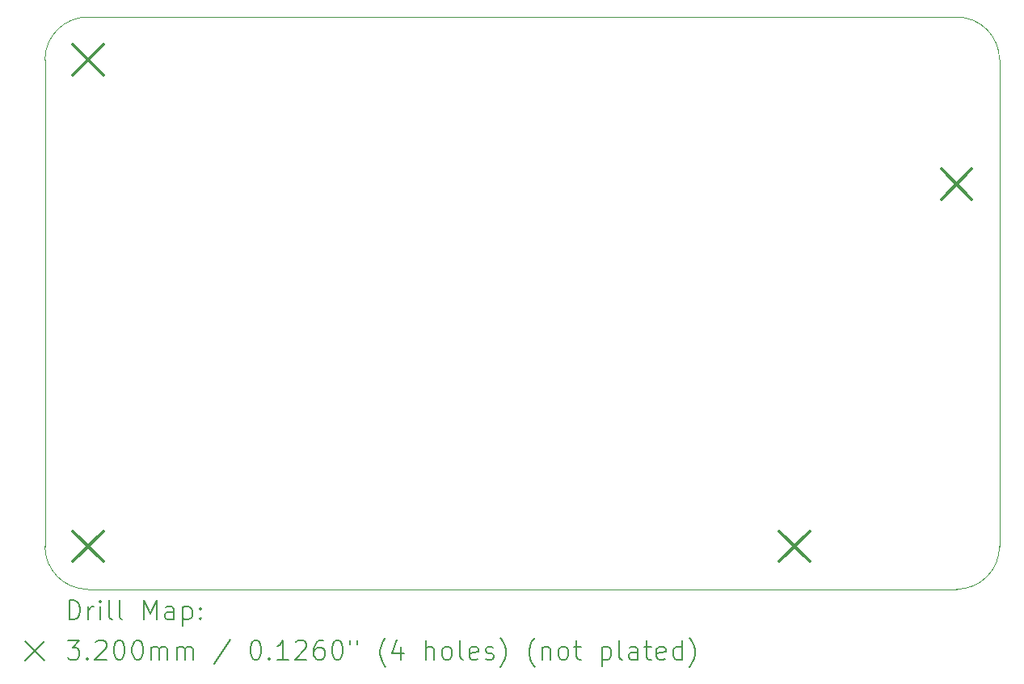
<source format=gbr>
%TF.GenerationSoftware,KiCad,Pcbnew,9.0.4*%
%TF.CreationDate,2025-09-16T16:31:28+02:00*%
%TF.ProjectId,PCB,5043422e-6b69-4636-9164-5f7063625858,rev?*%
%TF.SameCoordinates,Original*%
%TF.FileFunction,Drillmap*%
%TF.FilePolarity,Positive*%
%FSLAX45Y45*%
G04 Gerber Fmt 4.5, Leading zero omitted, Abs format (unit mm)*
G04 Created by KiCad (PCBNEW 9.0.4) date 2025-09-16 16:31:28*
%MOMM*%
%LPD*%
G01*
G04 APERTURE LIST*
%ADD10C,0.100000*%
%ADD11C,0.200000*%
%ADD12C,0.320000*%
G04 APERTURE END LIST*
D10*
X12300000Y-11950000D02*
X12300000Y-6850000D01*
X12750000Y-12400000D02*
G75*
G02*
X12300000Y-11950000I0J450000D01*
G01*
X22300000Y-6850000D02*
X22300000Y-11950000D01*
X21850000Y-6400000D02*
G75*
G02*
X22300000Y-6850000I0J-450000D01*
G01*
X12750000Y-6400000D02*
X21850000Y-6400000D01*
X12300000Y-6850000D02*
G75*
G02*
X12750000Y-6400000I450000J0D01*
G01*
X21850000Y-12400000D02*
X12750000Y-12400000D01*
X22300000Y-11950000D02*
G75*
G02*
X21850000Y-12400000I-450000J0D01*
G01*
D11*
D12*
X12590000Y-6690000D02*
X12910000Y-7010000D01*
X12910000Y-6690000D02*
X12590000Y-7010000D01*
X12590000Y-11790000D02*
X12910000Y-12110000D01*
X12910000Y-11790000D02*
X12590000Y-12110000D01*
X19990000Y-11790000D02*
X20310000Y-12110000D01*
X20310000Y-11790000D02*
X19990000Y-12110000D01*
X21690000Y-7990000D02*
X22010000Y-8310000D01*
X22010000Y-7990000D02*
X21690000Y-8310000D01*
D11*
X12555777Y-12716484D02*
X12555777Y-12516484D01*
X12555777Y-12516484D02*
X12603396Y-12516484D01*
X12603396Y-12516484D02*
X12631967Y-12526008D01*
X12631967Y-12526008D02*
X12651015Y-12545055D01*
X12651015Y-12545055D02*
X12660539Y-12564103D01*
X12660539Y-12564103D02*
X12670062Y-12602198D01*
X12670062Y-12602198D02*
X12670062Y-12630769D01*
X12670062Y-12630769D02*
X12660539Y-12668865D01*
X12660539Y-12668865D02*
X12651015Y-12687912D01*
X12651015Y-12687912D02*
X12631967Y-12706960D01*
X12631967Y-12706960D02*
X12603396Y-12716484D01*
X12603396Y-12716484D02*
X12555777Y-12716484D01*
X12755777Y-12716484D02*
X12755777Y-12583150D01*
X12755777Y-12621246D02*
X12765301Y-12602198D01*
X12765301Y-12602198D02*
X12774824Y-12592674D01*
X12774824Y-12592674D02*
X12793872Y-12583150D01*
X12793872Y-12583150D02*
X12812920Y-12583150D01*
X12879586Y-12716484D02*
X12879586Y-12583150D01*
X12879586Y-12516484D02*
X12870062Y-12526008D01*
X12870062Y-12526008D02*
X12879586Y-12535531D01*
X12879586Y-12535531D02*
X12889110Y-12526008D01*
X12889110Y-12526008D02*
X12879586Y-12516484D01*
X12879586Y-12516484D02*
X12879586Y-12535531D01*
X13003396Y-12716484D02*
X12984348Y-12706960D01*
X12984348Y-12706960D02*
X12974824Y-12687912D01*
X12974824Y-12687912D02*
X12974824Y-12516484D01*
X13108158Y-12716484D02*
X13089110Y-12706960D01*
X13089110Y-12706960D02*
X13079586Y-12687912D01*
X13079586Y-12687912D02*
X13079586Y-12516484D01*
X13336729Y-12716484D02*
X13336729Y-12516484D01*
X13336729Y-12516484D02*
X13403396Y-12659341D01*
X13403396Y-12659341D02*
X13470062Y-12516484D01*
X13470062Y-12516484D02*
X13470062Y-12716484D01*
X13651015Y-12716484D02*
X13651015Y-12611722D01*
X13651015Y-12611722D02*
X13641491Y-12592674D01*
X13641491Y-12592674D02*
X13622443Y-12583150D01*
X13622443Y-12583150D02*
X13584348Y-12583150D01*
X13584348Y-12583150D02*
X13565301Y-12592674D01*
X13651015Y-12706960D02*
X13631967Y-12716484D01*
X13631967Y-12716484D02*
X13584348Y-12716484D01*
X13584348Y-12716484D02*
X13565301Y-12706960D01*
X13565301Y-12706960D02*
X13555777Y-12687912D01*
X13555777Y-12687912D02*
X13555777Y-12668865D01*
X13555777Y-12668865D02*
X13565301Y-12649817D01*
X13565301Y-12649817D02*
X13584348Y-12640293D01*
X13584348Y-12640293D02*
X13631967Y-12640293D01*
X13631967Y-12640293D02*
X13651015Y-12630769D01*
X13746253Y-12583150D02*
X13746253Y-12783150D01*
X13746253Y-12592674D02*
X13765301Y-12583150D01*
X13765301Y-12583150D02*
X13803396Y-12583150D01*
X13803396Y-12583150D02*
X13822443Y-12592674D01*
X13822443Y-12592674D02*
X13831967Y-12602198D01*
X13831967Y-12602198D02*
X13841491Y-12621246D01*
X13841491Y-12621246D02*
X13841491Y-12678388D01*
X13841491Y-12678388D02*
X13831967Y-12697436D01*
X13831967Y-12697436D02*
X13822443Y-12706960D01*
X13822443Y-12706960D02*
X13803396Y-12716484D01*
X13803396Y-12716484D02*
X13765301Y-12716484D01*
X13765301Y-12716484D02*
X13746253Y-12706960D01*
X13927205Y-12697436D02*
X13936729Y-12706960D01*
X13936729Y-12706960D02*
X13927205Y-12716484D01*
X13927205Y-12716484D02*
X13917682Y-12706960D01*
X13917682Y-12706960D02*
X13927205Y-12697436D01*
X13927205Y-12697436D02*
X13927205Y-12716484D01*
X13927205Y-12592674D02*
X13936729Y-12602198D01*
X13936729Y-12602198D02*
X13927205Y-12611722D01*
X13927205Y-12611722D02*
X13917682Y-12602198D01*
X13917682Y-12602198D02*
X13927205Y-12592674D01*
X13927205Y-12592674D02*
X13927205Y-12611722D01*
X12095000Y-12945000D02*
X12295000Y-13145000D01*
X12295000Y-12945000D02*
X12095000Y-13145000D01*
X12536729Y-12936484D02*
X12660539Y-12936484D01*
X12660539Y-12936484D02*
X12593872Y-13012674D01*
X12593872Y-13012674D02*
X12622443Y-13012674D01*
X12622443Y-13012674D02*
X12641491Y-13022198D01*
X12641491Y-13022198D02*
X12651015Y-13031722D01*
X12651015Y-13031722D02*
X12660539Y-13050769D01*
X12660539Y-13050769D02*
X12660539Y-13098388D01*
X12660539Y-13098388D02*
X12651015Y-13117436D01*
X12651015Y-13117436D02*
X12641491Y-13126960D01*
X12641491Y-13126960D02*
X12622443Y-13136484D01*
X12622443Y-13136484D02*
X12565301Y-13136484D01*
X12565301Y-13136484D02*
X12546253Y-13126960D01*
X12546253Y-13126960D02*
X12536729Y-13117436D01*
X12746253Y-13117436D02*
X12755777Y-13126960D01*
X12755777Y-13126960D02*
X12746253Y-13136484D01*
X12746253Y-13136484D02*
X12736729Y-13126960D01*
X12736729Y-13126960D02*
X12746253Y-13117436D01*
X12746253Y-13117436D02*
X12746253Y-13136484D01*
X12831967Y-12955531D02*
X12841491Y-12946008D01*
X12841491Y-12946008D02*
X12860539Y-12936484D01*
X12860539Y-12936484D02*
X12908158Y-12936484D01*
X12908158Y-12936484D02*
X12927205Y-12946008D01*
X12927205Y-12946008D02*
X12936729Y-12955531D01*
X12936729Y-12955531D02*
X12946253Y-12974579D01*
X12946253Y-12974579D02*
X12946253Y-12993627D01*
X12946253Y-12993627D02*
X12936729Y-13022198D01*
X12936729Y-13022198D02*
X12822443Y-13136484D01*
X12822443Y-13136484D02*
X12946253Y-13136484D01*
X13070062Y-12936484D02*
X13089110Y-12936484D01*
X13089110Y-12936484D02*
X13108158Y-12946008D01*
X13108158Y-12946008D02*
X13117682Y-12955531D01*
X13117682Y-12955531D02*
X13127205Y-12974579D01*
X13127205Y-12974579D02*
X13136729Y-13012674D01*
X13136729Y-13012674D02*
X13136729Y-13060293D01*
X13136729Y-13060293D02*
X13127205Y-13098388D01*
X13127205Y-13098388D02*
X13117682Y-13117436D01*
X13117682Y-13117436D02*
X13108158Y-13126960D01*
X13108158Y-13126960D02*
X13089110Y-13136484D01*
X13089110Y-13136484D02*
X13070062Y-13136484D01*
X13070062Y-13136484D02*
X13051015Y-13126960D01*
X13051015Y-13126960D02*
X13041491Y-13117436D01*
X13041491Y-13117436D02*
X13031967Y-13098388D01*
X13031967Y-13098388D02*
X13022443Y-13060293D01*
X13022443Y-13060293D02*
X13022443Y-13012674D01*
X13022443Y-13012674D02*
X13031967Y-12974579D01*
X13031967Y-12974579D02*
X13041491Y-12955531D01*
X13041491Y-12955531D02*
X13051015Y-12946008D01*
X13051015Y-12946008D02*
X13070062Y-12936484D01*
X13260539Y-12936484D02*
X13279586Y-12936484D01*
X13279586Y-12936484D02*
X13298634Y-12946008D01*
X13298634Y-12946008D02*
X13308158Y-12955531D01*
X13308158Y-12955531D02*
X13317682Y-12974579D01*
X13317682Y-12974579D02*
X13327205Y-13012674D01*
X13327205Y-13012674D02*
X13327205Y-13060293D01*
X13327205Y-13060293D02*
X13317682Y-13098388D01*
X13317682Y-13098388D02*
X13308158Y-13117436D01*
X13308158Y-13117436D02*
X13298634Y-13126960D01*
X13298634Y-13126960D02*
X13279586Y-13136484D01*
X13279586Y-13136484D02*
X13260539Y-13136484D01*
X13260539Y-13136484D02*
X13241491Y-13126960D01*
X13241491Y-13126960D02*
X13231967Y-13117436D01*
X13231967Y-13117436D02*
X13222443Y-13098388D01*
X13222443Y-13098388D02*
X13212920Y-13060293D01*
X13212920Y-13060293D02*
X13212920Y-13012674D01*
X13212920Y-13012674D02*
X13222443Y-12974579D01*
X13222443Y-12974579D02*
X13231967Y-12955531D01*
X13231967Y-12955531D02*
X13241491Y-12946008D01*
X13241491Y-12946008D02*
X13260539Y-12936484D01*
X13412920Y-13136484D02*
X13412920Y-13003150D01*
X13412920Y-13022198D02*
X13422443Y-13012674D01*
X13422443Y-13012674D02*
X13441491Y-13003150D01*
X13441491Y-13003150D02*
X13470063Y-13003150D01*
X13470063Y-13003150D02*
X13489110Y-13012674D01*
X13489110Y-13012674D02*
X13498634Y-13031722D01*
X13498634Y-13031722D02*
X13498634Y-13136484D01*
X13498634Y-13031722D02*
X13508158Y-13012674D01*
X13508158Y-13012674D02*
X13527205Y-13003150D01*
X13527205Y-13003150D02*
X13555777Y-13003150D01*
X13555777Y-13003150D02*
X13574824Y-13012674D01*
X13574824Y-13012674D02*
X13584348Y-13031722D01*
X13584348Y-13031722D02*
X13584348Y-13136484D01*
X13679586Y-13136484D02*
X13679586Y-13003150D01*
X13679586Y-13022198D02*
X13689110Y-13012674D01*
X13689110Y-13012674D02*
X13708158Y-13003150D01*
X13708158Y-13003150D02*
X13736729Y-13003150D01*
X13736729Y-13003150D02*
X13755777Y-13012674D01*
X13755777Y-13012674D02*
X13765301Y-13031722D01*
X13765301Y-13031722D02*
X13765301Y-13136484D01*
X13765301Y-13031722D02*
X13774824Y-13012674D01*
X13774824Y-13012674D02*
X13793872Y-13003150D01*
X13793872Y-13003150D02*
X13822443Y-13003150D01*
X13822443Y-13003150D02*
X13841491Y-13012674D01*
X13841491Y-13012674D02*
X13851015Y-13031722D01*
X13851015Y-13031722D02*
X13851015Y-13136484D01*
X14241491Y-12926960D02*
X14070063Y-13184103D01*
X14498634Y-12936484D02*
X14517682Y-12936484D01*
X14517682Y-12936484D02*
X14536729Y-12946008D01*
X14536729Y-12946008D02*
X14546253Y-12955531D01*
X14546253Y-12955531D02*
X14555777Y-12974579D01*
X14555777Y-12974579D02*
X14565301Y-13012674D01*
X14565301Y-13012674D02*
X14565301Y-13060293D01*
X14565301Y-13060293D02*
X14555777Y-13098388D01*
X14555777Y-13098388D02*
X14546253Y-13117436D01*
X14546253Y-13117436D02*
X14536729Y-13126960D01*
X14536729Y-13126960D02*
X14517682Y-13136484D01*
X14517682Y-13136484D02*
X14498634Y-13136484D01*
X14498634Y-13136484D02*
X14479586Y-13126960D01*
X14479586Y-13126960D02*
X14470063Y-13117436D01*
X14470063Y-13117436D02*
X14460539Y-13098388D01*
X14460539Y-13098388D02*
X14451015Y-13060293D01*
X14451015Y-13060293D02*
X14451015Y-13012674D01*
X14451015Y-13012674D02*
X14460539Y-12974579D01*
X14460539Y-12974579D02*
X14470063Y-12955531D01*
X14470063Y-12955531D02*
X14479586Y-12946008D01*
X14479586Y-12946008D02*
X14498634Y-12936484D01*
X14651015Y-13117436D02*
X14660539Y-13126960D01*
X14660539Y-13126960D02*
X14651015Y-13136484D01*
X14651015Y-13136484D02*
X14641491Y-13126960D01*
X14641491Y-13126960D02*
X14651015Y-13117436D01*
X14651015Y-13117436D02*
X14651015Y-13136484D01*
X14851015Y-13136484D02*
X14736729Y-13136484D01*
X14793872Y-13136484D02*
X14793872Y-12936484D01*
X14793872Y-12936484D02*
X14774825Y-12965055D01*
X14774825Y-12965055D02*
X14755777Y-12984103D01*
X14755777Y-12984103D02*
X14736729Y-12993627D01*
X14927206Y-12955531D02*
X14936729Y-12946008D01*
X14936729Y-12946008D02*
X14955777Y-12936484D01*
X14955777Y-12936484D02*
X15003396Y-12936484D01*
X15003396Y-12936484D02*
X15022444Y-12946008D01*
X15022444Y-12946008D02*
X15031967Y-12955531D01*
X15031967Y-12955531D02*
X15041491Y-12974579D01*
X15041491Y-12974579D02*
X15041491Y-12993627D01*
X15041491Y-12993627D02*
X15031967Y-13022198D01*
X15031967Y-13022198D02*
X14917682Y-13136484D01*
X14917682Y-13136484D02*
X15041491Y-13136484D01*
X15212920Y-12936484D02*
X15174825Y-12936484D01*
X15174825Y-12936484D02*
X15155777Y-12946008D01*
X15155777Y-12946008D02*
X15146253Y-12955531D01*
X15146253Y-12955531D02*
X15127206Y-12984103D01*
X15127206Y-12984103D02*
X15117682Y-13022198D01*
X15117682Y-13022198D02*
X15117682Y-13098388D01*
X15117682Y-13098388D02*
X15127206Y-13117436D01*
X15127206Y-13117436D02*
X15136729Y-13126960D01*
X15136729Y-13126960D02*
X15155777Y-13136484D01*
X15155777Y-13136484D02*
X15193872Y-13136484D01*
X15193872Y-13136484D02*
X15212920Y-13126960D01*
X15212920Y-13126960D02*
X15222444Y-13117436D01*
X15222444Y-13117436D02*
X15231967Y-13098388D01*
X15231967Y-13098388D02*
X15231967Y-13050769D01*
X15231967Y-13050769D02*
X15222444Y-13031722D01*
X15222444Y-13031722D02*
X15212920Y-13022198D01*
X15212920Y-13022198D02*
X15193872Y-13012674D01*
X15193872Y-13012674D02*
X15155777Y-13012674D01*
X15155777Y-13012674D02*
X15136729Y-13022198D01*
X15136729Y-13022198D02*
X15127206Y-13031722D01*
X15127206Y-13031722D02*
X15117682Y-13050769D01*
X15355777Y-12936484D02*
X15374825Y-12936484D01*
X15374825Y-12936484D02*
X15393872Y-12946008D01*
X15393872Y-12946008D02*
X15403396Y-12955531D01*
X15403396Y-12955531D02*
X15412920Y-12974579D01*
X15412920Y-12974579D02*
X15422444Y-13012674D01*
X15422444Y-13012674D02*
X15422444Y-13060293D01*
X15422444Y-13060293D02*
X15412920Y-13098388D01*
X15412920Y-13098388D02*
X15403396Y-13117436D01*
X15403396Y-13117436D02*
X15393872Y-13126960D01*
X15393872Y-13126960D02*
X15374825Y-13136484D01*
X15374825Y-13136484D02*
X15355777Y-13136484D01*
X15355777Y-13136484D02*
X15336729Y-13126960D01*
X15336729Y-13126960D02*
X15327206Y-13117436D01*
X15327206Y-13117436D02*
X15317682Y-13098388D01*
X15317682Y-13098388D02*
X15308158Y-13060293D01*
X15308158Y-13060293D02*
X15308158Y-13012674D01*
X15308158Y-13012674D02*
X15317682Y-12974579D01*
X15317682Y-12974579D02*
X15327206Y-12955531D01*
X15327206Y-12955531D02*
X15336729Y-12946008D01*
X15336729Y-12946008D02*
X15355777Y-12936484D01*
X15498634Y-12936484D02*
X15498634Y-12974579D01*
X15574825Y-12936484D02*
X15574825Y-12974579D01*
X15870063Y-13212674D02*
X15860539Y-13203150D01*
X15860539Y-13203150D02*
X15841491Y-13174579D01*
X15841491Y-13174579D02*
X15831968Y-13155531D01*
X15831968Y-13155531D02*
X15822444Y-13126960D01*
X15822444Y-13126960D02*
X15812920Y-13079341D01*
X15812920Y-13079341D02*
X15812920Y-13041246D01*
X15812920Y-13041246D02*
X15822444Y-12993627D01*
X15822444Y-12993627D02*
X15831968Y-12965055D01*
X15831968Y-12965055D02*
X15841491Y-12946008D01*
X15841491Y-12946008D02*
X15860539Y-12917436D01*
X15860539Y-12917436D02*
X15870063Y-12907912D01*
X16031968Y-13003150D02*
X16031968Y-13136484D01*
X15984348Y-12926960D02*
X15936729Y-13069817D01*
X15936729Y-13069817D02*
X16060539Y-13069817D01*
X16289110Y-13136484D02*
X16289110Y-12936484D01*
X16374825Y-13136484D02*
X16374825Y-13031722D01*
X16374825Y-13031722D02*
X16365301Y-13012674D01*
X16365301Y-13012674D02*
X16346253Y-13003150D01*
X16346253Y-13003150D02*
X16317682Y-13003150D01*
X16317682Y-13003150D02*
X16298634Y-13012674D01*
X16298634Y-13012674D02*
X16289110Y-13022198D01*
X16498634Y-13136484D02*
X16479587Y-13126960D01*
X16479587Y-13126960D02*
X16470063Y-13117436D01*
X16470063Y-13117436D02*
X16460539Y-13098388D01*
X16460539Y-13098388D02*
X16460539Y-13041246D01*
X16460539Y-13041246D02*
X16470063Y-13022198D01*
X16470063Y-13022198D02*
X16479587Y-13012674D01*
X16479587Y-13012674D02*
X16498634Y-13003150D01*
X16498634Y-13003150D02*
X16527206Y-13003150D01*
X16527206Y-13003150D02*
X16546253Y-13012674D01*
X16546253Y-13012674D02*
X16555777Y-13022198D01*
X16555777Y-13022198D02*
X16565301Y-13041246D01*
X16565301Y-13041246D02*
X16565301Y-13098388D01*
X16565301Y-13098388D02*
X16555777Y-13117436D01*
X16555777Y-13117436D02*
X16546253Y-13126960D01*
X16546253Y-13126960D02*
X16527206Y-13136484D01*
X16527206Y-13136484D02*
X16498634Y-13136484D01*
X16679587Y-13136484D02*
X16660539Y-13126960D01*
X16660539Y-13126960D02*
X16651015Y-13107912D01*
X16651015Y-13107912D02*
X16651015Y-12936484D01*
X16831968Y-13126960D02*
X16812920Y-13136484D01*
X16812920Y-13136484D02*
X16774825Y-13136484D01*
X16774825Y-13136484D02*
X16755777Y-13126960D01*
X16755777Y-13126960D02*
X16746253Y-13107912D01*
X16746253Y-13107912D02*
X16746253Y-13031722D01*
X16746253Y-13031722D02*
X16755777Y-13012674D01*
X16755777Y-13012674D02*
X16774825Y-13003150D01*
X16774825Y-13003150D02*
X16812920Y-13003150D01*
X16812920Y-13003150D02*
X16831968Y-13012674D01*
X16831968Y-13012674D02*
X16841492Y-13031722D01*
X16841492Y-13031722D02*
X16841492Y-13050769D01*
X16841492Y-13050769D02*
X16746253Y-13069817D01*
X16917682Y-13126960D02*
X16936730Y-13136484D01*
X16936730Y-13136484D02*
X16974825Y-13136484D01*
X16974825Y-13136484D02*
X16993873Y-13126960D01*
X16993873Y-13126960D02*
X17003396Y-13107912D01*
X17003396Y-13107912D02*
X17003396Y-13098388D01*
X17003396Y-13098388D02*
X16993873Y-13079341D01*
X16993873Y-13079341D02*
X16974825Y-13069817D01*
X16974825Y-13069817D02*
X16946253Y-13069817D01*
X16946253Y-13069817D02*
X16927206Y-13060293D01*
X16927206Y-13060293D02*
X16917682Y-13041246D01*
X16917682Y-13041246D02*
X16917682Y-13031722D01*
X16917682Y-13031722D02*
X16927206Y-13012674D01*
X16927206Y-13012674D02*
X16946253Y-13003150D01*
X16946253Y-13003150D02*
X16974825Y-13003150D01*
X16974825Y-13003150D02*
X16993873Y-13012674D01*
X17070063Y-13212674D02*
X17079587Y-13203150D01*
X17079587Y-13203150D02*
X17098634Y-13174579D01*
X17098634Y-13174579D02*
X17108158Y-13155531D01*
X17108158Y-13155531D02*
X17117682Y-13126960D01*
X17117682Y-13126960D02*
X17127206Y-13079341D01*
X17127206Y-13079341D02*
X17127206Y-13041246D01*
X17127206Y-13041246D02*
X17117682Y-12993627D01*
X17117682Y-12993627D02*
X17108158Y-12965055D01*
X17108158Y-12965055D02*
X17098634Y-12946008D01*
X17098634Y-12946008D02*
X17079587Y-12917436D01*
X17079587Y-12917436D02*
X17070063Y-12907912D01*
X17431968Y-13212674D02*
X17422444Y-13203150D01*
X17422444Y-13203150D02*
X17403396Y-13174579D01*
X17403396Y-13174579D02*
X17393873Y-13155531D01*
X17393873Y-13155531D02*
X17384349Y-13126960D01*
X17384349Y-13126960D02*
X17374825Y-13079341D01*
X17374825Y-13079341D02*
X17374825Y-13041246D01*
X17374825Y-13041246D02*
X17384349Y-12993627D01*
X17384349Y-12993627D02*
X17393873Y-12965055D01*
X17393873Y-12965055D02*
X17403396Y-12946008D01*
X17403396Y-12946008D02*
X17422444Y-12917436D01*
X17422444Y-12917436D02*
X17431968Y-12907912D01*
X17508158Y-13003150D02*
X17508158Y-13136484D01*
X17508158Y-13022198D02*
X17517682Y-13012674D01*
X17517682Y-13012674D02*
X17536730Y-13003150D01*
X17536730Y-13003150D02*
X17565301Y-13003150D01*
X17565301Y-13003150D02*
X17584349Y-13012674D01*
X17584349Y-13012674D02*
X17593873Y-13031722D01*
X17593873Y-13031722D02*
X17593873Y-13136484D01*
X17717682Y-13136484D02*
X17698634Y-13126960D01*
X17698634Y-13126960D02*
X17689111Y-13117436D01*
X17689111Y-13117436D02*
X17679587Y-13098388D01*
X17679587Y-13098388D02*
X17679587Y-13041246D01*
X17679587Y-13041246D02*
X17689111Y-13022198D01*
X17689111Y-13022198D02*
X17698634Y-13012674D01*
X17698634Y-13012674D02*
X17717682Y-13003150D01*
X17717682Y-13003150D02*
X17746254Y-13003150D01*
X17746254Y-13003150D02*
X17765301Y-13012674D01*
X17765301Y-13012674D02*
X17774825Y-13022198D01*
X17774825Y-13022198D02*
X17784349Y-13041246D01*
X17784349Y-13041246D02*
X17784349Y-13098388D01*
X17784349Y-13098388D02*
X17774825Y-13117436D01*
X17774825Y-13117436D02*
X17765301Y-13126960D01*
X17765301Y-13126960D02*
X17746254Y-13136484D01*
X17746254Y-13136484D02*
X17717682Y-13136484D01*
X17841492Y-13003150D02*
X17917682Y-13003150D01*
X17870063Y-12936484D02*
X17870063Y-13107912D01*
X17870063Y-13107912D02*
X17879587Y-13126960D01*
X17879587Y-13126960D02*
X17898634Y-13136484D01*
X17898634Y-13136484D02*
X17917682Y-13136484D01*
X18136730Y-13003150D02*
X18136730Y-13203150D01*
X18136730Y-13012674D02*
X18155777Y-13003150D01*
X18155777Y-13003150D02*
X18193873Y-13003150D01*
X18193873Y-13003150D02*
X18212920Y-13012674D01*
X18212920Y-13012674D02*
X18222444Y-13022198D01*
X18222444Y-13022198D02*
X18231968Y-13041246D01*
X18231968Y-13041246D02*
X18231968Y-13098388D01*
X18231968Y-13098388D02*
X18222444Y-13117436D01*
X18222444Y-13117436D02*
X18212920Y-13126960D01*
X18212920Y-13126960D02*
X18193873Y-13136484D01*
X18193873Y-13136484D02*
X18155777Y-13136484D01*
X18155777Y-13136484D02*
X18136730Y-13126960D01*
X18346254Y-13136484D02*
X18327206Y-13126960D01*
X18327206Y-13126960D02*
X18317682Y-13107912D01*
X18317682Y-13107912D02*
X18317682Y-12936484D01*
X18508158Y-13136484D02*
X18508158Y-13031722D01*
X18508158Y-13031722D02*
X18498635Y-13012674D01*
X18498635Y-13012674D02*
X18479587Y-13003150D01*
X18479587Y-13003150D02*
X18441492Y-13003150D01*
X18441492Y-13003150D02*
X18422444Y-13012674D01*
X18508158Y-13126960D02*
X18489111Y-13136484D01*
X18489111Y-13136484D02*
X18441492Y-13136484D01*
X18441492Y-13136484D02*
X18422444Y-13126960D01*
X18422444Y-13126960D02*
X18412920Y-13107912D01*
X18412920Y-13107912D02*
X18412920Y-13088865D01*
X18412920Y-13088865D02*
X18422444Y-13069817D01*
X18422444Y-13069817D02*
X18441492Y-13060293D01*
X18441492Y-13060293D02*
X18489111Y-13060293D01*
X18489111Y-13060293D02*
X18508158Y-13050769D01*
X18574825Y-13003150D02*
X18651015Y-13003150D01*
X18603396Y-12936484D02*
X18603396Y-13107912D01*
X18603396Y-13107912D02*
X18612920Y-13126960D01*
X18612920Y-13126960D02*
X18631968Y-13136484D01*
X18631968Y-13136484D02*
X18651015Y-13136484D01*
X18793873Y-13126960D02*
X18774825Y-13136484D01*
X18774825Y-13136484D02*
X18736730Y-13136484D01*
X18736730Y-13136484D02*
X18717682Y-13126960D01*
X18717682Y-13126960D02*
X18708158Y-13107912D01*
X18708158Y-13107912D02*
X18708158Y-13031722D01*
X18708158Y-13031722D02*
X18717682Y-13012674D01*
X18717682Y-13012674D02*
X18736730Y-13003150D01*
X18736730Y-13003150D02*
X18774825Y-13003150D01*
X18774825Y-13003150D02*
X18793873Y-13012674D01*
X18793873Y-13012674D02*
X18803396Y-13031722D01*
X18803396Y-13031722D02*
X18803396Y-13050769D01*
X18803396Y-13050769D02*
X18708158Y-13069817D01*
X18974825Y-13136484D02*
X18974825Y-12936484D01*
X18974825Y-13126960D02*
X18955777Y-13136484D01*
X18955777Y-13136484D02*
X18917682Y-13136484D01*
X18917682Y-13136484D02*
X18898635Y-13126960D01*
X18898635Y-13126960D02*
X18889111Y-13117436D01*
X18889111Y-13117436D02*
X18879587Y-13098388D01*
X18879587Y-13098388D02*
X18879587Y-13041246D01*
X18879587Y-13041246D02*
X18889111Y-13022198D01*
X18889111Y-13022198D02*
X18898635Y-13012674D01*
X18898635Y-13012674D02*
X18917682Y-13003150D01*
X18917682Y-13003150D02*
X18955777Y-13003150D01*
X18955777Y-13003150D02*
X18974825Y-13012674D01*
X19051016Y-13212674D02*
X19060539Y-13203150D01*
X19060539Y-13203150D02*
X19079587Y-13174579D01*
X19079587Y-13174579D02*
X19089111Y-13155531D01*
X19089111Y-13155531D02*
X19098635Y-13126960D01*
X19098635Y-13126960D02*
X19108158Y-13079341D01*
X19108158Y-13079341D02*
X19108158Y-13041246D01*
X19108158Y-13041246D02*
X19098635Y-12993627D01*
X19098635Y-12993627D02*
X19089111Y-12965055D01*
X19089111Y-12965055D02*
X19079587Y-12946008D01*
X19079587Y-12946008D02*
X19060539Y-12917436D01*
X19060539Y-12917436D02*
X19051016Y-12907912D01*
M02*

</source>
